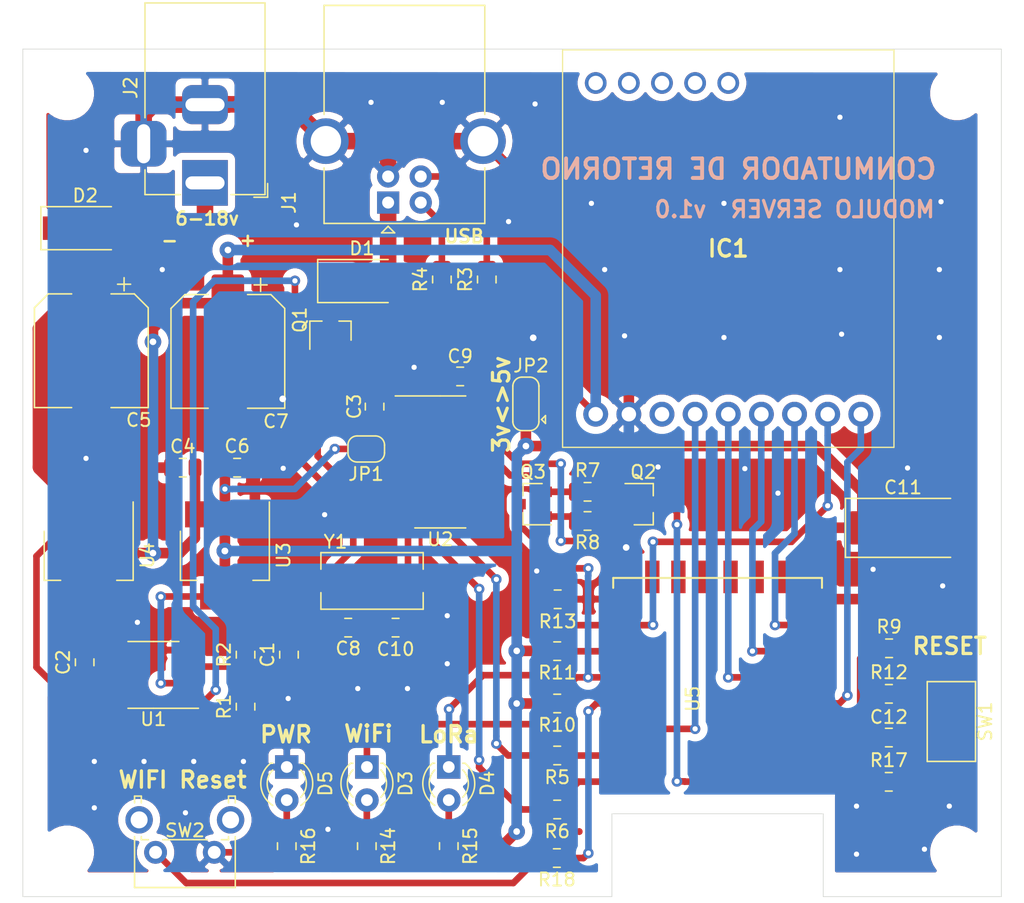
<source format=kicad_pcb>
(kicad_pcb (version 20211014) (generator pcbnew)
  (layers (0 "F.Cu" signal) (31 "B.Cu" signal) (34 "B.Paste" user) (35 "F.Paste" user) (36 "B.SilkS" user "B.Silkscreen") (37 "F.SilkS" user "F.Silkscreen") (38 "B.Mask" user) (39 "F.Mask" user) (44 "Edge.Cuts" user))
  (net 0 "")
  (net 1 "GND")
  (net 2 "Net-(C1-Pad1)")
  (net 3 "+5V")
  (net 4 "Net-(C3-Pad1)")
  (net 5 "/VIN")
  (net 6 "+3V3")
  (net 7 "/XI")
  (net 8 "/XO")
  (net 9 "/RESET")
  (net 10 "Net-(D1-Pad2)")
  (net 11 "/VCCUSB")
  (net 12 "Net-(D2-Pad2)")
  (net 13 "Net-(D3-Pad2)")
  (net 14 "/GPIO0")
  (net 15 "Net-(D4-Pad2)")
  (net 16 "/GPIO4")
  (net 17 "Net-(D5-Pad2)")
  (net 18 "Net-(IC1-Pad3)")
  (net 19 "/INT")
  (net 20 "/CLK")
  (net 21 "/MISO")
  (net 22 "/MOSI")
  (net 23 "/GPIO15")
  (net 24 "/RST")
  (net 25 "Net-(IC1-Pad10)")
  (net 26 "Net-(IC1-Pad11)")
  (net 27 "Net-(IC1-Pad12)")
  (net 28 "Net-(IC1-Pad13)")
  (net 29 "Net-(IC1-Pad14)")
  (net 30 "Net-(J1-Pad3)")
  (net 31 "Net-(J1-Pad2)")
  (net 32 "Net-(Q1-Pad1)")
  (net 33 "/RTS")
  (net 34 "Net-(Q2-Pad1)")
  (net 35 "/DTR")
  (net 36 "Net-(Q3-Pad1)")
  (net 37 "Net-(R3-Pad1)")
  (net 38 "Net-(R4-Pad1)")
  (net 39 "Net-(R5-Pad2)")
  (net 40 "/RX")
  (net 41 "/TX")
  (net 42 "/ADC")
  (net 43 "/EN")
  (net 44 "/GPIO2")
  (net 45 "Net-(U1-Pad6)")
  (net 46 "Net-(U2-Pad15)")
  (net 47 "Net-(U2-Pad12)")
  (net 48 "Net-(U2-Pad11)")
  (net 49 "Net-(U2-Pad10)")
  (net 50 "Net-(U2-Pad9)")
  (net 51 "Net-(U5-Pad22)")
  (net 52 "Net-(U5-Pad21)")
  (net 53 "Net-(U5-Pad20)")
  (net 54 "Net-(U5-Pad19)")
  (net 55 "Net-(U5-Pad18)")
  (net 56 "Net-(U5-Pad17)")
  (net 57 "Net-(R6-Pad1)")
  (net 58 "Net-(R17-Pad2)")
  (net 59 "Net-(R18-Pad2)")
  (net 60 "Net-(C9-Pad1)")
  (footprint "Capacitor_SMD:C_0805_2012Metric" (layer "F.Cu") (at 45.39996 71.44258 90)
    (fp_text reference "C1")
    (fp_text value "100nF")
  )
  (footprint "Capacitor_SMD:C_0805_2012Metric" (layer "F.Cu") (at 29.74086 72.02424 90)
    (fp_text reference "C2")
    (fp_text value "100nF")
  )
  (footprint "Capacitor_SMD:C_0805_2012Metric" (layer "F.Cu") (at 51.96332 52.41798 90)
    (fp_text reference "C3")
    (fp_text value "10nF")
  )
  (footprint "Capacitor_SMD:C_0805_2012Metric" (layer "F.Cu") (at 37.2618 57.0992 180)
    (fp_text reference "C4")
    (fp_text value "10uF")
  )
  (footprint "Capacitor_SMD:CP_Elec_8x10.5" (layer "F.Cu") (at 30.2514 48.133 -90)
    (fp_text reference "C5")
    (fp_text value "47uF")
  )
  (footprint "Capacitor_SMD:C_0805_2012Metric" (layer "F.Cu") (at 41.4274 57.0992)
    (fp_text reference "C6")
    (fp_text value "10uF")
  )
  (footprint "Capacitor_SMD:CP_Elec_8x10.5" (layer "F.Cu") (at 40.7162 48.1838 -90)
    (fp_text reference "C7")
    (fp_text value "47uF")
  )
  (footprint "Capacitor_SMD:C_0805_2012Metric" (layer "F.Cu") (at 49.93894 69.3674)
    (fp_text reference "C8")
    (fp_text value "22pF")
  )
  (footprint "Capacitor_SMD:C_0805_2012Metric" (layer "F.Cu") (at 53.57114 69.3674 180)
    (fp_text reference "C10")
    (fp_text value "22pF")
  )
  (footprint "Capacitor_Tantalum_SMD:CP_EIA-7343-31_Kemet-D" (layer "F.Cu") (at 92.46108 61.71692)
    (fp_text reference "C11")
    (fp_text value "100uF")
  )
  (footprint "Capacitor_SMD:C_0805_2012Metric" (layer "F.Cu") (at 91.37904 77.79766 180)
    (fp_text reference "C12")
    (fp_text value "100nF")
  )
  (footprint "Diode_SMD:D_SMA" (layer "F.Cu") (at 51.00066 42.78884)
    (fp_text reference "D1")
    (fp_text value "SS14")
  )
  (footprint "Diode_SMD:D_SMA" (layer "F.Cu") (at 29.7876 38.735)
    (fp_text reference "D2")
    (fp_text value "M7")
  )
  (footprint "LED_THT:LED_D3.0mm" (layer "F.Cu") (at 51.37404 80.05572 -90)
    (fp_text reference "D3")
    (fp_text value "LED")
  )
  (footprint "LED_THT:LED_D3.0mm" (layer "F.Cu") (at 57.64784 80.05572 -90)
    (fp_text reference "D4")
    (fp_text value "LED")
  )
  (footprint "LED_THT:LED_D3.0mm" (layer "F.Cu") (at 45.22978 80.05572 -90)
    (fp_text reference "D5")
    (fp_text value "LED")
  )
  (footprint "RFM95W:RFM95W" (layer "F.Cu") (at 68.9102 53)
    (fp_text reference "IC1")
    (fp_text value "RFM95W" hide)
  )
  (footprint "Modulos Varios:conector_USB_tipoB" (layer "F.Cu") (at 53 36.67 90)
    (fp_text reference "J1")
    (fp_text value "USB_B")
  )
  (footprint "Modulos Varios:conector_jack_2.1mm" (layer "F.Cu") (at 38.9636 35.26 -90)
    (fp_text reference "J2")
    (fp_text value "Barrel_Jack_Switch")
  )
  (footprint "Package_TO_SOT_SMD:SOT-23" (layer "F.Cu") (at 48.58004 46.61916 90)
    (fp_text reference "Q1")
    (fp_text value "AO3415")
  )
  (footprint "Package_TO_SOT_SMD:SOT-23" (layer "F.Cu") (at 72.56272 59.90082)
    (fp_text reference "Q2")
    (fp_text value "BC817")
  )
  (footprint "Package_TO_SOT_SMD:SOT-23" (layer "F.Cu") (at 64.10198 59.90082 180)
    (fp_text reference "Q3")
    (fp_text value "BC817")
  )
  (footprint "Resistor_SMD:R_0805_2012Metric" (layer "F.Cu") (at 42.07256 75.43038 90)
    (fp_text reference "R1")
    (fp_text value "10K")
  )
  (footprint "Resistor_SMD:R_0805_2012Metric" (layer "F.Cu") (at 42.07256 71.44258 90)
    (fp_text reference "R2")
    (fp_text value "10K")
  )
  (footprint "Resistor_SMD:R_0805_2012Metric" (layer "F.Cu") (at 60.56122 42.66946 90)
    (fp_text reference "R3")
    (fp_text value "22R")
  )
  (footprint "Resistor_SMD:R_0805_2012Metric" (layer "F.Cu") (at 57.11952 42.66946 90)
    (fp_text reference "R4")
    (fp_text value "22R")
  )
  (footprint "Resistor_SMD:R_0805_2012Metric" (layer "F.Cu") (at 65.95872 79.1718 180)
    (fp_text reference "R5")
    (fp_text value "470R")
  )
  (footprint "Resistor_SMD:R_0805_2012Metric" (layer "F.Cu") (at 65.95872 83.312)
    (fp_text reference "R6")
    (fp_text value "470R")
  )
  (footprint "Resistor_SMD:R_0805_2012Metric" (layer "F.Cu") (at 68.28536 58.95086)
    (fp_text reference "R7")
    (fp_text value "12K")
  )
  (footprint "Resistor_SMD:R_0805_2012Metric" (layer "F.Cu") (at 68.28536 61.18606 180)
    (fp_text reference "R8")
    (fp_text value "12K")
  )
  (footprint "Resistor_SMD:R_0805_2012Metric" (layer "F.Cu") (at 91.39682 70.95236)
    (fp_text reference "R9")
    (fp_text value "10K")
  )
  (footprint "Resistor_SMD:R_0805_2012Metric" (layer "F.Cu") (at 65.95872 75.184 180)
    (fp_text reference "R10")
    (fp_text value "10K")
  )
  (footprint "Resistor_SMD:R_0805_2012Metric" (layer "F.Cu") (at 65.95872 71.1708 180)
    (fp_text reference "R11")
    (fp_text value "10K")
  )
  (footprint "Resistor_SMD:R_0805_2012Metric" (layer "F.Cu") (at 91.38158 74.44486)
    (fp_text reference "R12")
    (fp_text value "10K")
  )
  (footprint "Resistor_SMD:R_0805_2012Metric" (layer "F.Cu") (at 65.99428 67.19316)
    (fp_text reference "R13")
    (fp_text value "10K")
  )
  (footprint "Resistor_SMD:R_0805_2012Metric" (layer "F.Cu") (at 51.36642 86.12378 -90)
    (fp_text reference "R14")
    (fp_text value "470R")
  )
  (footprint "Resistor_SMD:R_0805_2012Metric" (layer "F.Cu") (at 57.64784 86.1187 -90)
    (fp_text reference "R15")
    (fp_text value "470R")
  )
  (footprint "Resistor_SMD:R_0805_2012Metric" (layer "F.Cu") (at 45.22978 86.12632 -90)
    (fp_text reference "R16")
    (fp_text value "470R")
  )
  (footprint "Resistor_SMD:R_0805_2012Metric" (layer "F.Cu") (at 91.37396 81.1911)
    (fp_text reference "R17")
    (fp_text value "470R")
  )
  (footprint "Resistor_SMD:R_0805_2012Metric" (layer "F.Cu") (at 65.93332 87.03818 180)
    (fp_text reference "R18")
    (fp_text value "470R")
  )
  (footprint "Button_Switch_SMD:SW_SPST_CK_RS282G05A3" (layer "F.Cu") (at 96.16948 76.5683 -90)
    (fp_text reference "SW1")
    (fp_text value "SW_Reset")
  )
  (footprint "Button_Switch_THT:SW_Tactile_SPST_Angled_PTS645Vx39-2LFS" (layer "F.Cu") (at 39.6748 86.59876 180)
    (fp_text reference "SW2")
    (fp_text value "SW_borrado")
  )
  (footprint "Package_SO:SOIC-8_3.9x4.9mm_P1.27mm" (layer "F.Cu") (at 35.01136 72.99198 180)
    (fp_text reference "U1")
    (fp_text value "LM358")
  )
  (footprint "Package_SO:SOIC-16_3.9x9.9mm_P1.27mm" (layer "F.Cu") (at 56.9976 56.65978)
    (fp_text reference "U2")
    (fp_text value "CH340G")
  )
  (footprint "Package_TO_SOT_SMD:SOT-223-3_TabPin2" (layer "F.Cu") (at 40.4876 63.8302 -90)
    (fp_text reference "U3")
    (fp_text value "AMS1117-3.3")
  )
  (footprint "Package_TO_SOT_SMD:SOT-223-3_TabPin2" (layer "F.Cu") (at 30.0482 63.8302 -90)
    (fp_text reference "U4")
    (fp_text value "AMS1117-5.0")
  )
  (footprint "ESP8266:ESP-12E_SMD" (layer "F.Cu") (at 85.23732 81.1784 180)
    (fp_text reference "U5")
    (fp_text value "ESP-12F" hide)
  )
  (footprint "MountingHole:MountingHole_3mm" (layer "F.Cu") (at 28.4 86.6)
    (fp_text reference "H2" hide)
    (fp_text value "MountingHole" hide)
  )
  (footprint "MountingHole:MountingHole_3mm" (layer "F.Cu") (at 96.6 86.6)
    (fp_text reference "H3" hide)
    (fp_text value "MountingHole" hide)
  )
  (footprint "Modulos Varios:cristal_SMD_ABLS7M2_7x4.1mm" (layer "F.Cu") (at 51.76774 65.786)
    (fp_text reference "Y1")
    (fp_text value "12MHz")
  )
  (footprint "MountingHole:MountingHole_3mm" (layer "F.Cu") (at 28.4 28.4 180)
    (fp_text reference "H1" hide)
    (fp_text value "MountingHole")
  )
  (footprint "MountingHole:MountingHole_3mm" (layer "F.Cu") (at 96.6 28.4 180)
    (fp_text reference "H4" hide)
    (fp_text value "MountingHole")
  )
  (footprint "Capacitor_SMD:C_0805_2012Metric" (layer "F.Cu") (at 58.5216 50.10404 180)
    (fp_text reference "C9")
    (fp_text value "100nF")
  )
  (footprint "Jumper:SolderJumper-2_P1.3mm_Open_RoundedPad1.0x1.5mm" (layer "F.Cu") (at 51.32324 55.66664 180)
    (fp_text reference "JP1")
    (fp_text value "Jumper")
  )
  (footprint "Jumper:SolderJumper-3_P1.3mm_Open_RoundedPad1.0x1.5mm" (layer "F.Cu") (at 63.55842 52.20716 90)
    (fp_text reference "JP2")
    (fp_text value "Jumper")
  )
  (gr_line (start 25 25) (end 25 90) (layer "Edge.Cuts") (width 0.05))
  (gr_line (start 86.35 90) (end 100 90) (layer "Edge.Cuts") (width 0.05))
  (gr_line (start 25 25) (end 100 25) (layer "Edge.Cuts") (width 0.05))
  (gr_line (start 70.15 90) (end 25 90) (layer "Edge.Cuts") (width 0.05))
  (gr_line (start 86.35 83.6422) (end 86.35 90) (layer "Edge.Cuts") (width 0.05))
  (gr_line (start 70.15 90) (end 70.15 83.6422) (layer "Edge.Cuts") (width 0.05))
  (gr_line (start 70.15 83.6422) (end 86.35 83.6422) (layer "Edge.Cuts") (width 0.05))
  (gr_line (start 100 25) (end 100 90) (layer "Edge.Cuts") (width 0.05))
  (gr_text "CONMUTADOR DE RETORNO\n" (at 79.84998 34.20364) (layer "B.SilkS") (effects (font (size 1.5 1.5) (thickness 0.3)) (justify mirror)))
  (gr_text "MODULO SERVER  v1.0\n" (at 84.15274 37.29482) (layer "B.SilkS") (effects (font (size 1.25 1.25) (thickness 0.25)) (justify mirror)))
  (gr_text "LoRa" (at 57.6453 77.56144) (layer "F.SilkS") (effects (font (size 1.25 1.25) (thickness 0.25))))
  (gr_text "RESET" (at 96.03486 70.78726) (layer "F.SilkS") (effects (font (size 1.25 1.25) (thickness 0.25))))
  (gr_text "3v<>5v" (at 61.68136 52.24272 90) (layer "F.SilkS") (effects (font (size 1.25 1.25) (thickness 0.25))))
  (gr_text "USB" (at 58.83656 39.35984) (layer "F.SilkS") (effects (font (size 1 1) (thickness 0.2))))
  (gr_text "WIFI Reset" (at 37.24402 81.0387) (layer "F.SilkS") (effects (font (size 1.25 1.25) (thickness 0.25))))
  (gr_text "6-18v\n" (at 39.12108 37.99586) (layer "F.SilkS") (effects (font (size 1 1) (thickness 0.2))))
  (gr_text "-" (at 36.25342 39.6621) (layer "F.SilkS") (effects (font (size 1 1) (thickness 0.2))))
  (gr_text "WiFi\n" (at 51.49596 77.50302) (layer "F.SilkS") (effects (font (size 1.25 1.25) (thickness 0.25))))
  (gr_text "+" (at 42.24528 39.63416) (layer "F.SilkS") (effects (font (size 1 1) (thickness 0.2))))
  (gr_text "PWR\n" (at 45.17136 77.56144) (layer "F.SilkS") (effects (font (size 1.25 1.25) (thickness 0.25))))
  (segment (start 71.23732 63.22774) (end 71.24446 63.2206) (width 1.016) (layer "F.Cu") (net 1))
  (segment (start 45.22978 80.05572) (end 43.82178 80.05572) (width 0.508) (layer "F.Cu") (net 1))
  (segment (start 32.3573 57.0992) (end 32.3573 60.6711) (width 0.8128) (layer "F.Cu") (net 1))
  (segment (start 92.05722 49.94656) (end 95.57358 53.46292) (width 0.8128) (layer "F.Cu") (net 1))
  (segment (start 45.39996 70.50508) (end 45.39996 70.01758) (width 0.508) (layer "F.Cu") (net 1))
  (segment (start 52.9336 32.0548) (end 60.27 32.06) (width 1.27) (layer "F.Cu") (net 1))
  (segment (start 94.98584 77.79766) (end 92.31654 77.79766) (width 1.016) (layer "F.Cu") (net 1))
  (segment (start 42.07256 70.50508) (end 45.39996 70.50508) (width 0.508) (layer "F.Cu") (net 1))
  (segment (start 64.09968 35.88968) (end 60.27 32.06) (width 0.8128) (layer "F.Cu") (net 1))
  (segment (start 41.03956 52.20716) (end 40.7162 51.8838) (width 0.508) (layer "F.Cu") (net 1))
  (segment (start 95.57358 66.07402) (end 96.16948 66.66992) (width 1.016) (layer "F.Cu") (net 1))
  (segment (start 95.57358 61.71692) (end 95.57358 66.07402) (width 1.016) (layer "F.Cu") (net 1))
  (segment (start 32.3573 53.9389) (end 30.2514 51.833) (width 0.8128) (layer "F.Cu") (net 1))
  (segment (start 45.39996 70.50508) (end 46.09996 70.50508) (width 0.508) (layer "F.Cu") (net 1))
  (segment (start 96.16948 72.6683) (end 96.16948 76.61402) (width 1.016) (layer "F.Cu") (net 1))
  (segment (start 71.4502 50.62982) (end 71.4502 50.61966) (width 0.8128) (layer "F.Cu") (net 1))
  (segment (start 71.4502 50.62982) (end 71.4502 53) (width 0.8128) (layer "F.Cu") (net 1))
  (segment (start 44.9199 51.82362) (end 40.77638 51.82362) (width 0.8128) (layer "F.Cu") (net 1))
  (segment (start 39.28896 70.50508) (end 38.70706 71.08698) (width 0.508) (layer "F.Cu") (net 1))
  (segment (start 63.468785 48.35652) (end 58.12536 48.35652) (width 0.508) (layer "F.Cu") (net 1))
  (segment (start 55.47336 52.21478) (end 57.5841 50.10404) (width 0.508) (layer "F.Cu") (net 1))
  (segment (start 57.5841 48.89778) (end 57.5841 50.10404) (width 0.508) (layer "F.Cu") (net 1))
  (segment (start 64.11976 35.90976) (end 64.09968 35.88968) (width 0.508) (layer "F.Cu") (net 1))
  (segment (start 43.2562 85.73262) (end 42.39006 86.59876) (width 0.508) (layer "F.Cu") (net 1))
  (segment (start 42.7876 57.5219) (end 42.3649 57.0992) (width 0.8128) (layer "F.Cu") (net 1))
  (segment (start 64.11976 47.13986) (end 64.11976 35.90976) (width 0.8128) (layer "F.Cu") (net 1))
  (segment (start 42.3649 57.0992) (end 42.3649 53.5325) (width 0.8128) (layer "F.Cu") (net 1))
  (segment (start 43.2562 80.6213) (end 43.2562 85.73262) (width 0.508) (layer "F.Cu") (net 1))
  (segment (start 38.70706 71.08698) (end 37.48636 71.08698) (width 0.508) (layer "F.Cu") (net 1))
  (segment (start 54.12486 52.21478) (end 54.12232 52.21224) (width 0.508) (layer "F.Cu") (net 1))
  (segment (start 38.9636 29.26) (end 40.7136 29.26) (width 1.27) (layer "F.Cu") (net 1))
  (segment (start 43.82178 80.05572) (end 43.2562 80.6213) (width 0.508) (layer "F.Cu") (net 1))
  (segment (start 40.7382 29.2354) (end 45.4054 29.2354) (width 1.27) (layer "F.Cu") (net 1))
  (segment (start 38.3878 51.8838) (end 36.3243 53.9473) (width 0.8128) (layer "F.Cu") (net 1))
  (segment (start 45.39996 70.01758) (end 45.4025 70.01504) (width 0.508) (layer "F.Cu") (net 1))
  (segment (start 32.53636 71.08698) (end 37.48636 71.08698) (width 0.508) (layer "F.Cu") (net 1))
  (segment (start 36.3243 53.9473) (end 36.3243 57.0992) (width 0.8128) (layer "F.Cu") (net 1))
  (segment (start 45.4054 29.2354) (end 48.23 32.06) (width 1.27) (layer "F.Cu") (net 1))
  (segment (start 64.11976 47.13986) (end 67.9704 47.13986) (width 0.8128) (layer "F.Cu") (net 1))
  (segment (start 51.96332 51.48048) (end 53.7883 51.48048) (width 0.508) (layer "F.Cu") (net 1))
  (segment (start 53 34.77) (end 53 32.1212) (width 1.27) (layer "F.Cu") (net 1))
  (segment (start 54.5226 52.21478) (end 55.47336 52.21478) (width 0.508) (layer "F.Cu") (net 1))
  (segment (start 64.11976 47.705545) (end 63.468785 48.35652) (width 0.508) (layer "F.Cu") (net 1))
  (segment (start 71.23732 67.1784) (end 66.94654 67.1784) (width 0.508) (layer "F.Cu") (net 1))
  (segment (start 35.002 29.26) (end 34.2636 29.9984) (width 1.27) (layer "F.Cu") (net 1))
  (segment (start 67.9704 47.13986) (end 71.4502 50.61966) (width 0.8128) (layer "F.Cu") (net 1))
  (segment (start 29.7411 71.08698) (end 29.74086 71.08674) (width 0.508) (layer "F.Cu") (net 1))
  (segment (start 48.23 32.06) (end 52.9336 32.0548) (width 1.27) (layer "F.Cu") (net 1))
  (segment (start 72.1233 49.94656) (end 92.05722 49.94656) (width 0.8128) (layer "F.Cu") (net 1))
  (segment (start 54.5226 52.21478) (end 54.12486 52.21478) (width 0.508) (layer "F.Cu") (net 1))
  (segment (start 45.4025 70.01504) (end 45.4025 61.6585) (width 0.8128) (layer "F.Cu") (net 1))
  (segment (start 41.072645 52.240245) (end 40.7162 51.8838) (width 1.016) (layer "F.Cu") (net 1))
  (segment (start 40.77638 51.82362) (end 40.7162 51.8838) (width 0.8128) (layer "F.Cu") (net 1))
  (segment (start 46.44898 70.49008) (end 47.91964 71.96074) (width 0.508) (layer "F.Cu") (net 1))
  (segment (start 47.91964 71.96074) (end 50.14976 71.96074) (width 0.508) (layer "F.Cu") (net 1))
  (segment (start 47.91964 71.96074) (end 47.91964 79.11846) (width 0.508) (layer "F.Cu") (net 1))
  (segment (start 32.3573 60.6711) (end 32.3482 60.6802) (width 0.8128) (layer "F.Cu") (net 1))
  (segment (start 32.3573 57.0992) (end 32.3573 53.9389) (width 0.8128) (layer "F.Cu") (net 1))
  (segment (start 46.11496 70.49008) (end 46.44898 70.49008) (width 0.508) (layer "F.Cu") (net 1))
  (segment (start 38.9636 29.26) (end 35.002 29.26) (width 1.27) (layer "F.Cu") (net 1))
  (segment (start 71.24446 63.2206) (end 71.24446 67.17126) (width 0.8128) (layer "F.Cu") (net 1))
  (segment (start 96.16948 66.66992) (end 96.16948 72.6683) (width 1.016) (layer "F.Cu") (net 1))
  (segment (start 92.3267 77.7875) (end 92.31654 77.79766) (width 0.508) (layer "F.Cu") (net 1))
  (segment (start 40.7136 29.26) (end 40.7382 29.2354) (width 1.27) (layer "F.Cu") (net 1))
  (segment (start 44.4242 60.6802) (end 42.7876 60.6802) (width 0.8128) (layer "F.Cu") (net 1))
  (segment (start 34.2636 29.9984) (end 34.2636 32.26) (width 1.27) (layer "F.Cu") (net 1))
  (segment (start 42.7876 60.6802) (end 42.7876 57.5219) (width 0.8128) (layer "F.Cu") (net 1))
  (segment (start 52.63364 69.3674) (end 50.87644 69.3674) (width 0.508) (layer "F.Cu") (net 1))
  (segment (start 47.91964 79.11846) (end 46.98238 80.05572) (width 0.508) (layer "F.Cu") (net 1))
  (segment (start 66.94654 67.1784) (end 66.93178 67.19316) (width 0.508) (layer "F.Cu") (net 1))
  (segment (start 40.7162 51.8838) (end 38.3878 51.8838) (width 0.8128) (layer "F.Cu") (net 1))
  (segment (start 45.4025 61.6585) (end 44.4242 60.6802) (width 0.8128) (layer "F.Cu") (net 1))
  (segment (start 64.11976 47.13986) (end 64.11976 47.705545) (width 0.508) (layer "F.Cu") (net 1))
  (segment (start 95.57358 53.46292) (end 95.57358 61.71692) (width 0.8128) (layer "F.Cu") (net 1))
  (segment (start 32.53636 71.08698) (end 29.7411 71.08698) (width 0.508) (layer "F.Cu") (net 1))
  (segment (start 46.09996 70.50508) (end 46.11496 70.49008) (width 0.508) (layer "F.Cu") (net 1))
  (segment (start 53.7883 51.48048) (end 54.5226 52.21478) (width 0.508) (layer "F.Cu") (net 1))
  (segment (start 50.14976 71.96074) (end 50.87644 71.23406) (width 0.508) (layer "F.Cu") (net 1))
  (segment (start 46.98238 80.05572) (end 45.22978 80.05572) (width 0.508) (layer "F.Cu") (net 1))
  (segment (start 42.3649 53.5325) (end 40.7162 51.8838) (width 0.8128) (layer "F.Cu") (net 1))
  (segment (start 71.24446 67.17126) (end 71.23732 67.1784) (width 0.8128) (layer "F.Cu") (net 1))
  (segment (start 50.87644 71.23406) (end 50.87644 69.3674) (width 0.508) (layer "F.Cu") (net 1))
  (segment (start 71.4502 50.61966) (end 72.1233 49.94656) (width 0.8128) (layer "F.Cu") (net 1))
  (segment (start 32.3573 57.0992) (end 36.3243 57.0992) (width 0.8128) (layer "F.Cu") (net 1))
  (segment (start 96.16948 76.61402) (end 94.98584 77.79766) (width 1.016) (layer "F.Cu") (net 1))
  (segment (start 58.12536 48.35652) (end 57.5841 48.89778) (width 0.508) (layer "F.Cu") (net 1))
  (segment (start 42.39006 86.59876) (end 39.6748 86.59876) (width 0.508) (layer "F.Cu") (net 1))
  (segment (start 42.07256 70.50508) (end 39.28896 70.50508) (width 0.508) (layer "F.Cu") (net 1))
  (via (at 88.9 86.741) (size 0.8) (drill 0.4) (layers "F.Cu" "B.Cu") (net 1))
  (via (at 95.377 36.703) (size 0.8) (drill 0.4) (layers "F.Cu" "B.Cu") (net 1))
  (via (at 37.465 83.566) (size 0.8) (drill 0.4) (layers "F.Cu" "B.Cu") (net 1))
  (via (at 71.12 46.99) (size 0.8) (drill 0.4) (layers "F.Cu" "B.Cu") (net 1))
  (via (at 87.757 46.863) (size 0.8) (drill 0.4) (layers "F.Cu" "B.Cu") (net 1))
  (via (at 29.845 32.766) (size 0.8) (drill 0.4) (layers "F.Cu" "B.Cu") (net 1))
  (via (at 64.389 65.024) (size 0.8) (drill 0.4) (layers "F.Cu" "B.Cu") (net 1))
  (via (at 35.687 41.91) (size 0.8) (drill 0.4) (layers "F.Cu" "B.Cu") (net 1))
  (via (at 78.74 47.117) (size 0.8) (drill 0.4) (layers "F.Cu" "B.Cu") (net 1))
  (via (at 78.74 36.83) (size 0.8) (drill 0.4) (layers "F.Cu" "B.Cu") (net 1))
  (via (at 57.531 68.453) (size 0.8) (drill 0.4) (layers "F.Cu" "B.Cu") (net 1))
  (via (at 80.3402 57.1754) (size 0.8) (drill 0.4) (layers "F.Cu" "B.Cu") (net 1))
  (via (at 45.974 38.481) (size 0.8) (drill 0.4) (layers "F.Cu" "B.Cu") (net 1))
  (via (at 30.48 83.185) (size 0.8) (drill 0.4) (layers "F.Cu" "B.Cu") (net 1))
  (via (at 45.339 74.803) (size 0.8) (drill 0.4) (layers "F.Cu" "B.Cu") (net 1))
  (via (at 87.63 30.226) (size 0.8) (drill 0.4) (layers "F.Cu" "B.Cu") (net 1))
  (via (at 95.504 66.167) (size 0.8) (drill 0.4) (layers "F.Cu" "B.Cu") (net 1))
  (via (at 68.58 36.83) (size 0.8) (drill 0.4) (layers "F.Cu" "B.Cu") (net 1))
  (via (at 48.387 84.836) (size 0.8) (drill 0.4) (layers "F.Cu" "B.Cu") (net 1))
  (via (at 50.673 74.041) (size 0.8) (drill 0.4) (layers "F.Cu" "B.Cu") (net 1))
  (via (at 96.012 83.058) (size 0.8) (drill 0.4) (layers "F.Cu" "B.Cu") (net 1))
  (via (at 41.91 79.629) (size 0.8) (drill 0.4) (layers "F.Cu" "B.Cu") (net 1))
  (via (at 54.991 49.403) (size 0.8) (drill 0.4) (layers "F.Cu" "B.Cu") (net 1))
  (via (at 51.689 29.083) (size 0.8) (drill 0.4) (layers "F.Cu" "B.Cu") (net 1))
  (via (at 95.25 47.117) (size 0.8) (drill 0.4) (layers "F.Cu" "B.Cu") (net 1))
  (via (at 94.107 86.36) (size 0.8) (drill 0.4) (layers "F.Cu" "B.Cu") (net 1))
  (via (at 73.6854 57.0484) (size 0.8) (drill 0.4) (layers "F.Cu" "B.Cu") (net 1))
  (via (at 34.29 79.629) (size 0.8) (drill 0.4) (layers "F.Cu" "B.Cu") (net 1))
  (via (at 30.48 79.629) (size 0.8) (drill 0.4) (layers "F.Cu" "B.Cu") (net 1))
  (via (at 57.531 72.136) (size 0.8) (drill 0.4) (layers "F.Cu" "B.Cu") (net 1))
  (via (at 48.133 60.706) (size 0.8) (drill 0.4) (layers "F.Cu" "B.Cu") (net 1))
  (via (at 33.782 68.961) (size 0.8) (drill 0.4) (layers "F.Cu" "B.Cu") (net 1))
  (via (at 82.8802 59.055) (size 0.8) (drill 0.4) (layers "F.Cu" "B.Cu") (net 1))
  (via (at 90.17 64.897) (size 0.8) (drill 0.4) (layers "F.Cu" "B.Cu") (net 1))
  (via (at 71.24446 63.2206) (size 1.27) (drill 0.508) (layers "F.Cu" "B.Cu") (net 1))
  (via (at 44.958 57.15) (size 0.8) (drill 0.4) (layers "F.Cu" "B.Cu") (net 1))
  (via (at 87.63 41.91) (size 0.8) (drill 0.4) (layers "F.Cu" "B.Cu") (net 1))
  (via (at 92.8116 57.1246) (size 0.8) (drill 0.4) (layers "F.Cu" "B.Cu") (net 1))
  (via (at 88.9 83.058) (size 0.8) (drill 0.4) (layers "F.Cu" "B.Cu") (net 1))
  (via (at 29.845 56.388) (size 0.8) (drill 0.4) (layers "F.Cu" "B.Cu") (net 1))
  (via (at 62.23 38.227) (size 0.8) (drill 0.4) (layers "F.Cu" "B.Cu") (net 1))
  (via (at 64.11976 47.13986) (size 1.27) (drill 0.508) (layers "F.Cu" "B.Cu") (net 1))
  (via (at 38.1 79.629) (size 0.8) (drill 0.4) (layers "F.Cu" "B.Cu") (net 1))
  (via (at 64.262 29.21) (size 0.8) (drill 0.4) (layers "F.Cu" "B.Cu") (net 1))
  (via (at 54.483 74.041) (size 0.8) (drill 0.4) (layers "F.Cu" "B.Cu") (net 1))
  (via (at 95.25 41.91) (size 0.8) (drill 0.4) (layers "F.Cu" "B.Cu") (net 1))
  (via (at 57.15 29.083) (size 0.8) (drill 0.4) (layers "F.Cu" "B.Cu") (net 1))
  (via (at 44.9199 51.82362) (size 1.27) (drill 0.508) (layers "F.Cu" "B.Cu") (net 1))
  (via (at 69.596 41.91) (size 0.8) (drill 0.4) (layers "F.Cu" "B.Cu") (net 1))
  (segment (start 64.11976 47.13986) (end 49.60366 47.13986) (width 0.8128) (layer "B.Cu") (net 1))
  (segment (start 71.4502 56.75376) (end 71.4502 53) (width 0.8128) (layer "B.Cu") (net 1))
  (segment (start 49.60366 47.13986) (end 44.9199 51.82362) (width 0.8128) (layer "B.Cu") (net 1))
  (segment (start 71.24446 63.2206) (end 71.24446 56.9595) (width 0.8128) (layer "B.Cu") (net 1))
  (segment (start 71.24446 56.9595) (end 71.4502 56.75376) (width 0.8128) (layer "B.Cu") (net 1))
  (segment (start 42.07256 72.38008) (end 45.39996 72.38008) (width 0.508) (layer "F.Cu") (net 2))
  (segment (start 37.48636 72.35698) (end 42.04946 72.35698) (width 0.508) (layer "F.Cu") (net 2))
  (segment (start 42.04946 72.35698) (end 42.07256 72.38008) (width 0.508) (layer "F.Cu") (net 2))
  (segment (start 42.07256 72.38008) (end 42.07256 74.49288) (width 0.508) (layer "F.Cu") (net 2))
  (segment (start 27.70632 72.25792) (end 27.70886 72.25538) (width 0.508) (layer "F.Cu") (net 3))
  (segment (start 43.53306 48.43526) (end 43.53306 45.65904) (width 0.8128) (layer "F.Cu") (net 3))
  (segment (start 31.2076 63.6524) (end 30.0482 62.493) (width 0.8128) (layer "F.Cu") (net 3))
  (segment (start 31.2076 63.6524) (end 30.0482 64.8118) (width 0.8128) (layer "F.Cu") (net 3))
  (segment (start 29.74086 72.96174) (end 29.04086 72.96174) (width 0.508) (layer "F.Cu") (net 3))
  (segment (start 40.72128 44.47872) (end 40.7162 44.4838) (width 1.27) (layer "F.Cu") (net 3))
  (segment (start 44.45 49.3522) (end 43.53306 48.43526) (width 0.8128) (layer "F.Cu") (net 3))
  (segment (start 30.0482 68.4882) (end 30.0482 66.9802) (width 0.508) (layer "F.Cu") (net 3))
  (segment (start 34.9758 47.4472) (end 34.9758 46.4312) (width 0.8128) (layer "F.Cu") (net 3))
  (segment (start 66.81736 50.90716) (end 68.9102 53) (width 0.508) (layer "F.Cu") (net 3))
  (segment (start 30.0482 64.8118) (end 30.0482 66.9802) (width 0.8128) (layer "F.Cu") (net 3))
  (segment (start 30.0505 60.6779) (end 30.0482 60.6802) (width 0.8128) (layer "F.Cu") (net 3))
  (segment (start 42.35782 44.4838) (end 40.7162 44.4838) (width 0.8128) (layer "F.Cu") (net 3))
  (segment (start 49.53004 48.57716) (end 48.755 49.3522) (width 0.8128) (layer "F.Cu") (net 3))
  (segment (start 34.9758 46.4312) (end 36.9232 44.4838) (width 0.8128) (layer "F.Cu") (net 3))
  (segment (start 49.53004 47.61916) (end 49.53004 48.57716) (width 0.8128) (layer "F.Cu") (net 3))
  (segment (start 30.65272 74.89698) (end 32.53636 74.89698) (width 0.508) (layer "F.Cu") (net 3))
  (segment (start 29.04062 72.9615) (end 28.40736 72.9615) (width 0.508) (layer "F.Cu") (net 3))
  (segment (start 40.7162 40.4114) (end 40.72128 40.40632) (width 0.8128) (layer "F.Cu") (net 3))
  (segment (start 37.0282 63.6524) (end 35.1536 63.6524) (width 0.8128) (layer "F.Cu") (net 3))
  (segment (start 35.1536 63.6524) (end 31.2076 63.6524) (width 0.8128) (layer "F.Cu") (net 3))
  (segment (start 48.755 49.3522) (end 44.45 49.3522) (width 0.8128) (layer "F.Cu") (net 3))
  (segment (start 38.1876 60.6802) (end 38.1876 62.493) (width 0.8128) (layer "F.Cu") (net 3))
  (segment (start 27.70886 72.25538) (end 27.70886 70.0786) (width 0.508) (layer "F.Cu") (net 3))
  (segment (start 63.55842 50.90716) (end 66.81736 50.90716) (width 0.508) (layer "F.Cu") (net 3))
  (segment (start 40.7162 44.4838) (end 40.7162 40.4114) (width 0.8128) (layer "F.Cu") (net 3))
  (segment (start 27.70886 70.0786) (end 28.7909 68.99656) (width 0.508) (layer "F.Cu") (net 3))
  (segment (start 28.40736 72.9615) (end 28.40736 72.95896) (width 0.508) (layer "F.Cu") (net 3))
  (segment (start 43.53306 45.65904) (end 42.35782 44.4838) (width 0.8128) (layer "F.Cu") (net 3))
  (segment (start 38.1993 57.0992) (end 38.1993 60.6685) (width 0.8128) (layer "F.Cu") (net 3))
  (segment (start 28.7909 68.99656) (end 29.53984 68.99656) (width 0.508) (layer "F.Cu") (net 3))
  (segment (start 29.74086 73.98512) (end 30.65272 74.89698) (width 0.508) (layer "F.Cu") (net 3))
  (segment (start 29.04086 72.96174) (end 29.04062 72.9615) (width 0.508) (layer "F.Cu") (net 3))
  (segment (start 28.40736 72.95896) (end 27.70632 72.25792) (width 0.508) (layer "F.Cu") (net 3))
  (segment (start 36.9232 44.4838) (end 40.7162 44.4838) (width 0.8128) (layer "F.Cu") (net 3))
  (segment (start 29.53984 68.99656) (end 30.0482 68.4882) (width 0.508) (layer "F.Cu") (net 3))
  (segment (start 38.1876 62.493) (end 37.0282 63.6524) (width 0.8128) (layer "F.Cu") (net 3))
  (segment (start 30.0482 62.493) (end 30.0482 60.6802) (width 0.8128) (layer "F.Cu") (net 3))
  (segment (start 38.1993 60.6685) (end 38.1876 60.6802) (width 0.8128) (layer "F.Cu") (net 3))
  (segment (start 29.74086 72.96174) (end 29.74086 73.98512) (width 0.508) (layer "F.Cu") (net 3))
  (via (at 34.9758 47.4472) (size 1.27) (drill 0.508) (layers "F.Cu" "B.Cu") (net 3))
  (via (at 34.9758 63.6524) (size 1.27) (drill 0.508) (layers "F.Cu" "B.Cu") (net 3))
  (via (at 40.72128 40.40632) (size 1.27) (drill 0.508) (layers "F.Cu" "B.Cu") (net 3))
  (segment (start 68.9102 43.90898) (end 68.9102 53) (width 0.8128) (layer "B.Cu") (net 3))
  (segment (start 34.9758 63.6524) (end 34.9758 47.4472) (width 0.8128) (layer "B.Cu") (net 3))
  (segment (start 65.40754 40.40632) (end 68.9102 43.90898) (width 0.8128) (layer "B.Cu") (net 3))
  (segment (start 40.72128 40.40632) (end 65.40754 40.40632) (width 0.8128) (layer "B.Cu") (net 3))
  (segment (start 52.33138 56.02478) (end 51.97324 55.66664) (width 0.508) (layer "F.Cu") (net 4))
  (segment (start 54.5226 56.02478) (end 52.33138 56.02478) (width 0.508) (layer "F.Cu") (net 4))
  (segment (start 51.96332 55.65672) (end 51.97324 55.66664) (width 0.508) (layer "F.Cu") (net 4))
  (segment (start 51.96332 53.35548) (end 51.96332 55.65672) (width 0.508) (layer "F.Cu") (net 4))
  (segment (start 26.0477 72.4027) (end 26.0477 63.8887) (width 0.508) (layer "F.Cu") (net 5))
  (segment (start 27.7876 38.735) (end 27.7876 43.815) (width 1.27) (layer "F.Cu") (net 5))
  (segment (start 27.7482 62.1882) (end 26.0477 63.8887) (width 0.508) (layer "F.Cu") (net 5))
  (segment (start 42.07256 76.36788) (end 30.01288 76.36788) (width 0.508) (layer "F.Cu") (net 5))
  (segment (start 27.7482 60.6802) (end 27.7482 62.1882) (width 0.508) (layer "F.Cu") (net 5))
  (segment (start 27.7482 60.6802) (end 27.7482 58.4102) (width 1.27) (layer "F.Cu") (net 5))
  (segment (start 26.3906 57.0526) (end 26.3906 46.448) (width 1.27) (layer "F.Cu") (net 5))
  (segment (start 28.4056 44.433) (end 30.2514 44.433) (width 1.27) (layer "F.Cu") (net 5))
  (segment (start 26.3906 46.448) (end 28.4056 44.433) (width 1.27) (layer "F.Cu") (net 5))
  (segment (start 30.01288 76.36788) (end 26.0477 72.4027) (width 0.508) (layer "F.Cu") (net 5))
  (segment (start 27.7876 43.815) (end 28.4056 44.433) (width 1.27) (layer "F.Cu") (net 5))
  (segment (start 27.7482 58.4102) (end 26.3906 57.0526) (width 1.27) (layer "F.Cu") (net 5))
  (segment (start 67.6402 85.00364) (end 67.65036 85.00364) (width 0.508) (layer "F.Cu") (net 6))
  (segment (start 40.4876 60.6802) (end 40.4876 63.48984) (width 0.8128) (layer "F.Cu") (net 6))
  (segment (start 65.0009 71.15048) (end 65.02122 71.1708) (width 0.8128) (layer "F.Cu") (net 6))
  (segment (start 45.22978 87.06382) (end 51.36388 87.06382) (width 0.8128) (layer "F.Cu") (net 6))
  (segment (start 63.56096 55.44312) (end 85.82152 55.44312) (width 0.8128) (layer "F.Cu") (net 6))
  (segment (start 92.3394 74.42454) (end 92.31908 74.44486) (width 0.508) (layer "F.Cu") (net 6))
  (segment (start 92.33432 68.1205) (end 92.33432 70.95236) (width 0.8128) (layer "F.Cu") (net 6))
  (segment (start 89.34858 61.71692) (end 88.31108 61.71692) (width 0.8128) (layer "F.Cu") (net 6))
  (segment (start 40.4876 63.48984) (end 40.45204 63.5254) (width 0.508) (layer "F.Cu") (net 6))
  (segment (start 65.01868 75.18654) (end 65.02122 75.184) (width 0.8128) (layer "F.Cu") (net 6))
  (segment (start 88.30092 61.70676) (end 87.04834 61.70676) (width 0.8128) (layer "F.Cu") (net 6))
  (segment (start 63.55842 55.44058) (end 63.56096 55.44312) (width 0.8128) (layer "F.Cu") (net 6))
  (segment (start 92.33432 70.95236) (end 92.33432 74.42962) (width 0.8128) (layer "F.Cu") (net 6))
  (segment (start 57.64276 87.06128) (end 57.64784 87.0562) (width 0.508) (layer "F.Cu") (net 6))
  (segment (start 48.91278 55.6641) (end 50.6707 55.6641) (width 0.508) (layer "F.Cu") (net 6))
  (segment (start 89.34858 58.97018) (end 89.34858 61.71692) (width 0.8128) (layer "F.Cu") (net 6))
  (segment (start 85.82152 55.44312) (end 89.34858 58.97018) (width 0.8128) (layer "F.Cu") (net 6))
  (segment (start 91.39222 67.1784) (end 92.33432 68.1205) (width 0.8128) (layer "F.Cu") (net 6))
  (segment (start 40.4899 58.7398) (end 40.4899 60.6779) (width 0.8128) (layer "F.Cu") (net 6))
  (segment (start 35.57778 73.62698) (end 37.48636 73.62698) (width 0.508) (layer "F.Cu") (net 6))
  (segment (start 60.79974 87.0562) (end 62.8523 85.00364) (width 0.8128) (layer "F.Cu") (net 6))
  (segment (start 51.36388 87.06382) (end 51.36642 87.06128) (width 0.508) (layer "F.Cu") (net 6))
  (segment (start 40.4876 66.9802) (end 35.59516 66.9802) (width 0.508) (layer "F.Cu") (net 6))
  (segment (start 85.23732 67.1784) (end 85.57212 67.1784) (width 0.508) (layer "F.Cu") (net 6))
  (segment (start 51.36642 87.06128) (end 57.64276 87.06128) (width 0.8128) (layer "F.Cu") (net 6))
  (segment (start 63.55842 53.50716) (end 63.55842 55.44058) (width 0.8128) (layer "F.Cu") (net 6))
  (segment (start 40.4899 58.7398) (end 40.49014 58.74004) (width 0.508) (layer "F.Cu") (net 6))
  (segment (start 50.6707 55.6641) (end 50.67324 55.66664) (width 0.508) (layer "F.Cu") (net 6))
  (segment (start 88.31108 61.71692) (end 88.30092 61.70676) (width 0.8128) (layer "F.Cu") (net 6))
  (segment (start 67.65036 85.0138) (end 67.6402 85.00364) (width 0.508) (layer "F.Cu") (net 6))
  (segment (start 85.23732 67.1784) (end 91.39222 67.1784) (width 0.8128) (layer "F.Cu") (net 6))
  (segment (start 40.4899 57.0992) (end 40.4899 58.7398) (width 0.8128) (layer "F.Cu") (net 6))
  (segment (start 87.04834 61.70676) (end 85.23732 63.51778) (width 0.8128) (layer "F.Cu") (net 6))
  (segment (start 57.64784 87.0562) (end 60.79974 87.0562) (width 0.8128) (layer "F.Cu") (net 6))
  (segment (start 40.4876 63.48984) (end 40.4876 66.9802) (width 0.8128) (layer "F.Cu") (net 6))
  (segment (start 40.4899 60.6779) (end 40.4876 60.6802) (width 0.8128) (layer "F.Cu") (net 6))
  (segment (start 85.23732 63.51778) (end 85.23732 67.1784) (width 0.8128) (layer "F.Cu") (net 6))
  (segment (start 92.33432 74.42962) (end 92.31908 74.44486) (width 0.508) (layer "F.Cu") (net 6))
  (segment (start 35.59516 66.9802) (end 35.57778 66.99758) (width 0.508) (layer "F.Cu") (net 6))
  (segment (start 62.8523 75.18654) (end 65.01868 75.18654) (width 0.8128) (layer "F.Cu") (net 6))
  (segment (start 62.85738 71.15048) (end 65.0009 71.15048) (width 0.8128) (layer "F.Cu") (net 6))
  (via (at 40.4876 63.48984) (size 1.27) (drill 0.508) (layers "F.Cu" "B.Cu") (net 6))
  (via (at 35.57778 66.99758) (size 0.8128) (drill 0.4064) (layers "F.Cu" "B.Cu") (net 6))
  (via (at 63.56096 55.44312) (size 1.27) (drill 0.508) (layers "F.Cu" "B.Cu") (net 6))
  (via (at 40.49014 58.74004) (size 0.8) (drill 0.4) (layers "F.Cu" "B.Cu") (net 6))
  (via (at 62.8523 85.00364) (size 1.27) (drill 0.508) (layers "F.Cu" "B.Cu") (net 6))
  (via (at 62.85738 71.15048) (size 1.27) (drill 0.508) (layers "F.Cu" "B.Cu") (net 6))
  (via (at 35.57778 73.62698) (size 0.8128) (drill 0.4064) (layers "F.Cu" "B.Cu") (net 6))
  (via (at 48.91278 55.6641) (size 0.8) (drill 0.4) (layers "F.Cu" "B.Cu") (net 6))
  (via (at 62.8523 75.18654) (size 1.27) (drill 0.508) (layers "F.Cu" "B.Cu") (net 6))
  (via (at 40.4876 63.48984) (size 1.27) (drill 0.508) (layers "F.Cu" "B.Cu") (net 6))
  (segment (start 41.055825 58.74004) (end 41.063445 58.73242) (width 0.508) (layer "B.Cu") (net 6))
  (segment (start 40.49014 58.74004) (end 41.055825 58.74004) (width 0.508) (layer "B.Cu") (net 6))
  (segment (start 62.8523 75.18654) (end 62.8523 85.00364) (width 0.8128) (layer "B.Cu") (net 6))
  (segment (start 40.4876 63.48984) (end 62.865 63.48984) (width 0.8128) (layer "B.Cu") (net 6))
  (segment (start 45.84446 58.73242) (end 48.91278 55.6641) (width 0.508) (layer "B.Cu") (net 6))
  (segment (start 62.85738 63.49746) (end 62.85738 71.15048) (width 0.8128) (layer "B.Cu") (net 6))
  (segment (start 35.57778 66.99758) (end 35.57778 73.62698) (width 0.508) (layer "B.Cu") (net 6))
  (segment (start 62.865 56.13908) (end 63.56096 55.44312) (width 0.8128) (layer "B.Cu") (net 6))
  (segment (start 62.85738 71.15048) (end 62.85738 75.18146) (width 0.8128) (layer "B.Cu") (net 6))
  (segment (start 62.865 63.48984) (end 62.865 56.13908) (width 0.8128) (layer "B.Cu") (net 6))
  (segment (start 41.063445 58.73242) (end 45.84446 58.73242) (width 0.508) (layer "B.Cu") (net 6))
  (segment (start 62.865 63.48984) (end 62.85738 63.49746) (width 0.8128) (layer "B.Cu") (net 6))
  (segment (start 62.85738 75.18146) (end 62.8523 75.18654) (width 0.8128) (layer "B.Cu") (net 6))
  (segment (start 49.00144 69.3674) (end 49.00144 65.8023) (width 0.508) (layer "F.Cu") (net 7))
  (segment (start 50.32756 63.36818) (end 50.32756 61.98108) (width 0.508) (layer "F.Cu") (net 7))
  (segment (start 52.47386 59.83478) (end 54.5226 59.83478) (width 0.508) (layer "F.Cu") (net 7))
  (segment (start 49.00144 65.8023) (end 49.01774 65.786) (width 0.508) (layer "F.Cu") (net 7))
  (segment (start 49.01774 64.678) (end 50.32756 63.36818) (width 0.508) (layer "F.Cu") (net 7))
  (segment (start 49.01774 65.786) (end 49.01774 64.678) (width 0.508) (layer "F.Cu") (net 7))
  (segment (start 50.32756 61.98108) (end 52.47386 59.83478) (width 0.508) (layer "F.Cu") (net 7))
  (segment (start 54.50864 65.7951) (end 54.51774 65.786) (width 0.508) (layer "F.Cu") (net 8))
  (segment (start 54.50864 69.3674) (end 54.50864 65.7951) (width 0.508) (layer "F.Cu") (net 8))
  (segment (start 54.5226 61.10478) (end 54.5226 65.78114) (width 0.508) (layer "F.Cu") (net 8))
  (segment (start 54.5226 65.78114) (end 54.51774 65.786) (width 0.508) (layer "F.Cu") (net 8))
  (segment (start 90.44154 81.18602) (end 90.43646 81.1911) (width 0.508) (layer "F.Cu") (net 9))
  (segment (start 90.43646 81.1911) (end 89.94896 81.1911) (width 0.508) (layer "F.Cu") (net 9))
  (segment (start 75.733336 81.1784) (end 85.23732 81.1784) (width 0.508) (layer "F.Cu") (net 9))
  (segment (start 90.44154 77.79766) (end 90.44154 81.18602) (width 0.508) (layer "F.Cu") (net 9))
  (segment (start 89.94896 81.1911) (end 89.93626 81.1784) (width 0.508) (layer "F.Cu") (net 9))
  (segment (start 74.52072 59.90082) (end 75.13828 60.51838) (width 0.508) (layer "F.Cu") (net 9))
  (segment (start 89.93626 81.1784) (end 85.23732 81.1784) (width 0.508) (layer "F.Cu") (net 9))
  (segment (start 90.44408 74.44486) (end 90.44408 77.79512) (width 0.508) (layer "F.Cu") (net 9))
  (segment (start 73.56272 59.90082) (end 74.52072 59.90082) (width 0.508) (layer "F.Cu") (net 9))
  (segment (start 75.713016 81.15808) (end 75.733336 81.1784) (width 0.508) (layer "F.Cu") (net 9))
  (segment (start 75.13828 60.51838) (end 75.13828 61.46546) (width 0.508) (layer "F.Cu") (net 9))
  (segment (start 90.44408 77.79512) (end 90.44154 77.79766) (width 0.508) (layer "F.Cu") (net 9))
  (segment (start 75.13828 81.15808) (end 75.713016 81.15808) (width 0.508) (layer "F.Cu") (net 9))
  (via (at 75.13828 81.15808) (size 0.8128) (drill 0.4064) (layers "F.Cu" "B.Cu") (net 9))
  (via (at 75.13828 61.46546) (size 0.8128) (drill 0.4064) (layers "F.Cu" "B.Cu") (net 9))
  (segment (start 75.13828 61.46546) (end 75.13828 81.15808) (width 0.508) (layer "B.Cu") (net 9))
  (segment (start 53 36.77) (end 53 42.78818) (width 1.27) (layer "F.Cu") (net 10))
  (segment (start 53 42.78818) (end 53.00066 42.78884) (width 1.27) (layer "F.Cu") (net 10))
  (segment (start 49.01184 42.80002) (end 49.00066 42.78884) (width 0.8128) (layer "F.Cu") (net 11))
  (segment (start 48.58004 45.61916) (end 48.58004 43.20946) (width 0.8128) (layer "F.Cu") (net 11))
  (segment (start 49.01692 42.8051) (end 49.00066 42.78884) (width 0.8128) (layer "F.Cu") (net 11))
  (segment (start 48.58004 43.20946) (end 49.00066 42.78884) (width 0.8128) (layer "F.Cu") (net 11))
  (segment (start 38.9636 35.26) (end 38.9636 38.28) (width 1.27) (layer "F.Cu") (net 12))
  (segment (start 38.5086 38.735) (end 31.7876 38.735) (width 1.27) (layer "F.Cu") (net 12))
  (segment (start 38.9636 38.28) (end 38.5086 38.735) (width 1.27) (layer "F.Cu") (net 12))
  (segment (start 51.36642 85.18628) (end 51.36642 82.60334) (width 0.508) (layer "F.Cu") (net 13))
  (segment (start 51.36642 82.60334) (end 51.37404 82.59572) (width 0.508) (layer "F.Cu") (net 13))
  (segment (start 66.89622 75.884) (end 66.89598 75.88424) (width 0.508) (layer "F.Cu") (net 14))
  (segment (start 66.89598 75.88424) (end 66.89598 76.48956) (width 0.508) (layer "F.Cu") (net 14))
  (segment (start 63.10198 59.90082) (end 63.10198 61.49924) (width 0.508) (layer "F.Cu") (net 14))
  (segment (start 66.42354 64.8208) (end 68.34124 64.8208) (width 0.508) (layer "F.Cu") (net 14))
  (segment (start 68.325 73.1784) (end 67.43854 73.1784) (width 0.508) (layer "F.Cu") (net 14))
  (segment (start 66.89622 75.184) (end 66.89622 75.884) (width 0.508) (layer "F.Cu") (net 14))
  (segment (start 52.69738 76.7715) (end 51.37404 78.09484) (width 0.508) (layer "F.Cu") (net 14))
  (segment (start 66.61404 76.7715) (end 52.69738 76.7715) (width 0.508) (layer "F.Cu") (net 14))
  (segment (start 67.43854 73.1784) (end 66.89622 73.72072) (width 0.508) (layer "F.Cu") (net 14))
  (segment (start 51.37404 78.09484) (end 51.37404 80.05572) (width 0.508) (layer "F.Cu") (net 14))
  (segment (start 71.23732 73.1784) (end 68.325 73.1784) (width 0.508) (layer "F.Cu") (net 14))
  (segment (start 63.10198 61.49924) (end 66.42354 64.8208) (width 0.508) (layer "F.Cu") (net 14))
  (segment (start 66.89622 73.72072) (end 66.89622 75.184) (width 0.508) (layer "F.Cu") (net 14))
  (segment (start 66.89598 76.48956) (end 66.61404 76.7715) (width 0.508) (layer "F.Cu") (net 14))
  (via (at 68.325 73.1784) (size 0.8) (drill 0.4) (layers "F.Cu" "B.Cu") (net 14))
  (via (at 68.34124 64.8208) (size 0.8) (drill 0.4) (layers "F.Cu" "B.Cu") (net 14))
  (segment (start 68.326 73.1774) (end 68.325 73.1784) (width 0.508) (layer "B.Cu") (net 14))
  (segment (start 68.326 65.401725) (end 68.326 73.1774) (width 0.508) (layer "B.Cu") (net 14))
  (segment (start 68.34124 65.386485) (end 68.326 65.401725) (width 0.508) (layer "B.Cu") (net 14))
  (segment (start 68.34124 64.8208) (end 68.34124 65.386485) (width 0.508) (layer "B.Cu") (net 14))
  (segment (start 57.64784 82.59572) (end 57.64784 85.1812) (width 0.508) (layer "F.Cu") (net 15))
  (segment (start 68.96406 75.1784) (end 68.35394 75.78852) (width 0.508) (layer "F.Cu") (net 16))
  (segment (start 71.23732 75.1784) (end 68.96406 75.1784) (width 0.508) (layer "F.Cu") (net 16))
  (segment (start 68.34886 86.65972) (end 67.9704 87.03818) (width 0.508) (layer "F.Cu") (net 16))
  (segment (start 67.9704 87.03818) (end 66.87082 87.03818) (width 0.508) (layer "F.Cu") (net 16))
  (via (at 68.34886 86.65972) (size 0.8) (drill 0.4) (layers "F.Cu" "B.Cu") (net 16))
  (via (at 68.35394 75.78852) (size 0.8) (drill 0.4) (layers "F.Cu" "B.Cu") (net 16))
  (segment (start 68.35394 86.65464) (end 68.34886 86.65972) (width 0.508) (layer "B.Cu") (net 16))
  (segment (start 68.35394 75.78852) (end 68.35394 86.65464) (width 0.508) (layer "B.Cu") (net 16))
  (segment (start 45.22978 82.59572) (end 45.22978 85.18882) (width 0.508) (layer "F.Cu") (net 17))
  (segment (start 71.27084 77.14488) (end 71.23732 77.1784) (width 0.508) (layer "F.Cu") (net 19))
  (segment (start 76.5302 77.13218) (end 71.28354 77.13218) (width 0.508) (layer "F.Cu") (net 19))
  (segment (start 71.28354 77.13218) (end 71.23732 77.1784) (width 0.508) (layer "F.Cu") (net 19))
  (via (at 76.5302 77.13218) (size 0.8) (drill 0.4) (layers "F.Cu" "B.Cu") (net 19))
  (segment (start 76.5302 77.13218) (end 76.5302 53) (width 0.508) (layer "B.Cu") (net 19))
  (segment (start 79.06766 73.17994) (end 85.23578 73.17994) (width 0.508) (layer "F.Cu") (net 20))
  (segment (start 85.23578 73.17994) (end 85.23732 73.1784) (width 0.508) (layer "F.Cu") (net 20))
  (via (at 79.06766 73.17994) (size 0.8128) (drill 0.4064) (layers "F.Cu" "B.Cu") (net 20))
  (segment (start 79.0702 73.1774) (end 79.06766 73.17994) (width 0.508) (layer "B.Cu") (net 20))
  (segment (start 79.0702 53) (end 79.0702 73.1774) (width 0.508) (layer "B.Cu") (net 20))
  (segment (start 85.22972 71.1708) (end 85.23732 71.1784) (width 0.508) (layer "F.Cu") (net 21))
  (segment (start 80.92186 71.1708) (end 85.22972 71.1708) (width 0.508) (layer "F.Cu") (net 21))
  (via (at 80.92186 71.1708) (size 0.8128) (drill 0.4064) (layers "F.Cu" "B.Cu") (net 21))
  (segment (start 81.6102 53) (end 81.6102 54.177332) (width 0.508) (layer "B.Cu") (net 21))
  (segment (start 81.6102 54.177332) (end 81.5975 54.190032) (width 0.508) (layer "B.Cu") (net 21))
  (segment (start 81.5975 54.190032) (end 81.5975 61.23178) (width 0.508) (layer "B.Cu") (net 21))
  (segment (start 81.5975 61.23178) (end 80.92186 61.90742) (width 0.508) (layer "B.Cu") (net 21))
  (segment (start 80.92186 61.90742) (end 80.92186 71.1708) (width 0.508) (layer "B.Cu") (net 21))
  (segment (start 85.22566 69.16674) (end 85.23732 69.1784) (width 0.508) (layer "F.Cu") (net 22))
  (segment (start 82.65414 69.16674) (end 85.22566 69.16674) (width 0.508) (layer "F.Cu") (net 22))
  (via (at 82.65414 69.16674) (size 0.8128) (drill 0.4064) (layers "F.Cu" "B.Cu") (net 22))
  (segment (start 84.1502 53) (end 84.1502 62.15888) (width 0.508) (layer "B.Cu") (net 22))
  (segment (start 82.65414 63.65494) (end 82.65414 69.16674) (width 0.508) (layer "B.Cu") (net 22))
  (segment (start 84.1502 62.15888) (end 82.65414 63.65494) (width 0.508) (layer "B.Cu") (net 22))
  (segment (start 65.55382 69.1784) (end 65.05678 68.68136) (width 0.508) (layer "F.Cu") (net 23))
  (segment (start 83.9216 62.7888) (end 86.6902 60.0202) (width 0.508) (layer "F.Cu") (net 23))
  (segment (start 71.23732 69.1784) (end 65.55382 69.1784) (width 0.508) (layer "F.Cu") (net 23))
  (segment (start 71.23732 69.1784) (end 73.27496 69.1784) (width 0.508) (layer "F.Cu") (net 23))
  (segment (start 73.27496 69.1784) (end 73.29932 69.15404) (width 0.508) (layer "F.Cu") (net 23))
  (segment (start 65.05678 68.68136) (end 65.05678 67.19316) (width 0.508) (layer "F.Cu") (net 23))
  (segment (start 71.25914 69.15658) (end 71.23732 69.1784) (width 0.508) (layer "F.Cu") (net 23))
  (segment (start 73.29932 62.7888) (end 83.9216 62.7888) (width 0.508) (layer "F.Cu") (net 23))
  (via (at 86.6902 60.0202) (size 0.8) (drill 0.4) (layers "F.Cu" "B.Cu") (net 23))
  (via (at 73.29932 69.15404) (size 0.8128) (drill 0.4064) (layers "F.Cu" "B.Cu") (net 23))
  (via (at 73.29932 62.7888) (size 0.8128) (drill 0.4064) (layers "F.Cu" "B.Cu") (net 23))
  (segment (start 73.29932 62.7888) (end 73.29932 69.15404) (width 0.508) (layer "B.Cu") (net 23))
  (segment (start 86.6902 53) (end 86.6902 60.0202) (width 0.508) (layer "B.Cu") (net 23))
  (segment (start 87.58734 75.1784) (end 88.19896 74.56678) (width 0.508) (layer "F.Cu") (net 24))
  (segment (start 85.23732 75.1784) (end 87.58734 75.1784) (width 0.508) (layer "F.Cu") (net 24))
  (via (at 88.19896 74.56678) (size 0.8128) (drill 0.4064) (layers "F.Cu" "B.Cu") (net 24))
  (segment (start 88.19896 56.68264) (end 89.2302 55.6514) (width 0.508) (layer "B.Cu") (net 24))
  (segment (start 88.19896 74.56678) (end 88.19896 56.68264) (width 0.508) (layer "B.Cu") (net 24))
  (segment (start 89.2302 55.6514) (end 89.2302 53) (width 0.508) (layer "B.Cu") (net 24))
  (segment (start 60.56122 41.73196) (end 60.56122 38.18636) (width 0.508) (layer "F.Cu") (net 30))
  (segment (start 60.56122 38.18636) (end 57.14486 34.77) (width 0.508) (layer "F.Cu") (net 30))
  (segment (start 57.14486 34.77) (end 55.5 34.77) (width 0.508) (layer "F.Cu") (net 30))
  (segment (start 57.11952 41.73196) (end 57.11952 38.38952) (width 0.508) (layer "F.Cu") (net 31))
  (segment (start 57.11952 38.38952) (end 55.5 36.77) (width 0.508) (layer "F.Cu") (net 31))
  (segment (start 45.85716 46.75428) (end 45.85716 42.76852) (width 0.508) (layer "F.Cu") (net 32))
  (segment (start 46.72204 47.61916) (end 45.85716 46.75428) (width 0.508) (layer "F.Cu") (net 32))
  (segment (start 39.03218 74.89698) (end 39.78402 74.14514) (width 0.508) (layer "F.Cu") (net 32))
  (segment (start 37.48636 74.89698) (end 39.03218 74.89698) (width 0.508) (layer "F.Cu") (net 32))
  (segment (start 47.63004 47.61916) (end 46.72204 47.61916) (width 0.508) (layer "F.Cu") (net 32))
  (via (at 39.78402 74.14514) (size 0.8) (drill 0.4) (layers "F.Cu" "B.Cu") (net 32))
  (via (at 45.85716 42.76852) (size 0.8) (drill 0.4) (layers "F.Cu" "B.Cu") (net 32))
  (segment (start 45.85716 42.76852) (end 39.67988 42.76344) (width 0.508) (layer "B.Cu") (net 32))
  (segment (start 39.7891 69.47408) (end 38.05428 67.73926) (width 0.508) (layer "B.Cu") (net 32))
  (segment (start 38.05428 67.73926) (end 38.05428 44.38904) (width 0.508) (layer "B.Cu") (net 32))
  (segment (start 39.78402 74.14514) (end 39.78402 73.579455) (width 0.508) (layer "B.Cu") (net 32))
  (segment (start 38.05428 44.38904) (end 39.67988 42.76344) (width 0.508) (layer "B.Cu") (net 32))
  (segment (start 39.7891 73.574375) (end 39.7891 69.47408) (width 0.508) (layer "B.Cu") (net 32))
  (segment (start 39.78402 73.579455) (end 39.7891 73.574375) (width 0.508) (layer "B.Cu") (net 32))
  (segment (start 68.69938 62.72022) (end 69.22286 62.19674) (width 0.508) (layer "F.Cu") (net 33))
  (segment (start 69.22286 62.19674) (end 69.22286 61.18606) (width 0.508) (layer "F.Cu") (net 33))
  (segment (start 67.6887 62.72022) (end 68.69938 62.72022) (width 0.508) (layer "F.Cu") (net 33))
  (segment (start 63.00216 56.79948) (end 66.23558 56.79948) (width 0.508) (layer "F.Cu") (net 33))
  (segment (start 66.22542 62.72276) (end 67.68616 62.72276) (width 0.508) (layer "F.Cu") (net 33))
  (segment (start 67.68616 62.72276) (end 67.6887 62.72022) (width 0.508) (layer "F.Cu") (net 33))
  (segment (start 60.95746 54.75478) (end 63.00216 56.79948) (width 0.508) (layer "F.Cu") (net 33))
  (segment (start 59.4726 54.75478) (end 60.95746 54.75478) (width 0.508) (layer "F.Cu") (net 33))
  (segment (start 60.4476 54.75478) (end 59.4726 54.75478) (width 0.508) (layer "F.Cu") (net 33))
  (segment (start 71.56272 60.85082) (end 69.5581 60.85082) (width 0.508) (layer "F.Cu") (net 33))
  (segment (start 69.5581 60.85082) (end 69.22286 61.18606) (width 0.508) (layer "F.Cu") (net 33))
  (segment (start 66.22542 62.72276) (end 66.23812 62.71006) (width 0.508) (layer "F.Cu") (net 33))
  (via (at 66.23558 56.79948) (size 0.8) (drill 0.4) (layers "F.Cu" "B.Cu") (net 33))
  (via (at 66.23812 62.71006) (size 0.8) (drill 0.4) (layers "F.Cu" "B.Cu") (net 33))
  (segment (start 66.23812 62.71006) (end 66.23812 56.80202) (width 0.508) (layer "B.Cu") (net 33))
  (segment (start 66.23812 56.80202) (end 66.23558 56.79948) (width 0.508) (layer "B.Cu") (net 33))
  (segment (start 71.56272 58.95082) (end 69.2229 58.95082) (width 0.508) (layer "F.Cu") (net 34))
  (segment (start 69.2229 58.95082) (end 69.22286 58.95086) (width 0.508) (layer "F.Cu") (net 34))
  (segment (start 65.10202 58.95086) (end 65.10198 58.95082) (width 0.508) (layer "F.Cu") (net 35))
  (segment (start 65.10198 58.04282) (end 64.7578 57.69864) (width 0.508) (layer "F.Cu") (net 35))
  (segment (start 67.34786 58.95086) (end 65.10202 58.95086) (width 0.508) (layer "F.Cu") (net 35))
  (segment (start 60.69838 56.02478) (end 59.4726 56.02478) (width 0.508) (layer "F.Cu") (net 35))
  (segment (start 62.37224 57.69864) (end 60.69838 56.02478) (width 0.508) (layer "F.Cu") (net 35))
  (segment (start 65.10198 58.95082) (end 65.10198 58.04282) (width 0.508) (layer "F.Cu") (net 35))
  (segment (start 64.7578 57.69864) (end 62.37224 57.69864) (width 0.508) (layer "F.Cu") (net 35))
  (segment (start 67.01262 60.85082) (end 67.34786 61.18606) (width 0.508) (layer "F.Cu") (net 36))
  (segment (start 65.10198 60.85082) (end 67.01262 60.85082) (width 0.508) (layer "F.Cu") (net 36))
  (segment (start 53.79212 47.49292) (end 57.52846 47.49292) (width 0.508) (layer "F.Cu") (net 37))
  (segment (start 48.68164 57.29478) (end 47.59706 56.2102) (width 0.508) (layer "F.Cu") (net 37))
  (segment (start 47.59706 56.2102) (end 47.59706 53.69306) (width 0.508) (layer "F.Cu") (net 37))
  (segment (start 50.60442 50.68062) (end 53.79212 47.49292) (width 0.508) (layer "F.Cu") (net 37))
  (segment (start 47.59706 53.69306) (end 50.60442 50.6857) (width 0.508) (layer "F.Cu") (net 37))
  (segment (start 60.56122 44.46016) (end 60.56122 43.60696) (width 0.508) (layer "F.Cu") (net 37))
  (segment (start 54.5226 57.29478) (end 48.68164 57.29478) (width 0.508) (layer "F.Cu") (net 37))
  (segment (start 57.52846 47.49292) (end 60.56122 44.46016) (width 0.508) (layer "F.Cu") (net 37))
  (segment (start 50.60442 50.6857) (end 50.60442 50.68062) (width 0.508) (layer "F.Cu") (net 37))
  (segment (start 51.14544 58.56478) (end 54.5226 58.56478) (width 0.508) (layer "F.Cu") (net 38))
  (segment (start 46.40834 53.36286) (end 46.40834 56.67248) (width 0.508) (layer "F.Cu") (net 38))
  (segment (start 46.40834 56.67248) (end 48.30064 58.56478) (width 0.508) (layer "F.Cu") (net 38))
  (segment (start 55.12314 46.09084) (end 53.68036 46.09084) (width 0.508) (layer "F.Cu") (net 38))
  (segment (start 53.68036 46.09084) (end 46.40834 53.36286) (width 0.508) (layer "F.Cu") (net 38))
  (segment (start 57.11952 43.60696) (end 57.11952 44.09446) (width 0.508) (layer "F.Cu") (net 38))
  (segment (start 57.11952 44.09446) (end 55.12314 46.09084) (width 0.508) (layer "F.Cu") (net 38))
  (segment (start 48.30064 58.56478) (end 51.14544 58.56478) (width 0.508) (layer "F.Cu") (net 38))
  (segment (start 57.50814 61.87694) (end 57.50814 55.07482) (width 0.508) (layer "F.Cu") (net 39))
  (segment (start 61.29528 78.27518) (end 61.29528 78.26248) (width 0.508) (layer "F.Cu") (net 39))
  (segment (start 65.02122 79.1718) (end 62.1919 79.1718) (width 0.508) (layer "F.Cu") (net 39))
  (segment (start 57.50814 55.07482) (end 55.9181 53.48478) (width 0.508) (layer "F.Cu") (net 39))
  (segment (start 62.1919 79.1718) (end 61.29528 78.27518) (width 0.508) (layer "F.Cu") (net 39))
  (segment (start 61.29528 65.66408) (end 57.50814 61.87694) (width 0.508) (layer "F.Cu") (net 39))
  (segment (start 55.9181 53.48478) (end 54.5226 53.48478) (width 0.508) (layer "F.Cu") (net 39))
  (via (at 61.29528 78.26248) (size 0.8) (drill 0.4) (layers "F.Cu" "B.Cu") (net 39))
  (via (at 61.29528 65.66408) (size 0.8) (drill 0.4) (layers "F.Cu" "B.Cu") (net 39))
  (segment (start 61.29528 77.696795) (end 61.29528 65.66408) (width 0.508) (layer "B.Cu") (net 39))
  (segment (start 61.29528 78.26248) (end 61.29528 77.696795) (width 0.508) (layer "B.Cu") (net 39))
  (segment (start 71.23732 79.1784) (end 66.90282 79.1784) (width 0.508) (layer "F.Cu") (net 40))
  (segment (start 66.90282 79.1784) (end 66.89622 79.1718) (width 0.508) (layer "F.Cu") (net 40))
  (segment (start 67.6021 81.1784) (end 66.89622 81.88428) (width 0.508) (layer "F.Cu") (net 41))
  (segment (start 71.23732 81.1784) (end 67.6021 81.1784) (width 0.508) (layer "F.Cu") (net 41))
  (segment (start 66.89622 81.88428) (end 66.89622 83.312) (width 0.508) (layer "F.Cu") (net 41))
  (segment (start 89.97182 70.95236) (end 89.18194 71.74224) (width 0.508) (layer "F.Cu") (net 43))
  (segment (start 90.45932 70.95236) (end 89.97182 70.95236) (width 0.508) (layer "F.Cu") (net 43))
  (segment (start 89.18194 71.74224) (end 89.18194 76.8223) (width 0.508) (layer "F.Cu") (net 43))
  (segment (start 89.18194 76.8223) (end 88.82584 77.1784) (width 0.508) (layer "F.Cu") (net 43))
  (segment (start 88.82584 77.1784) (end 85.23732 77.1784) (width 0.508) (layer "F.Cu") (net 43))
  (segment (start 66.90382 71.1784) (end 66.89622 71.1708) (width 0.508) (layer "F.Cu") (net 44))
  (segment (start 66.05524 73.01484) (end 60.26912 73.01484) (width 0.508) (layer "F.Cu") (net 44))
  (segment (start 60.26912 73.01484) (end 57.66816 75.6158) (width 0.508) (layer "F.Cu") (net 44))
  (segment (start 66.89598 71.87104) (end 66.89598 72.1741) (width 0.508) (layer "F.Cu") (net 44))
  (segment (start 66.89622 71.1708) (end 66.89622 71.8708) (width 0.508) (layer "F.Cu") (net 44))
  (segment (start 66.89598 72.1741) (end 66.05524 73.01484) (width 0.508) (layer "F.Cu") (net 44))
  (segment (start 66.89622 71.8708) (end 66.89598 71.87104) (width 0.508) (layer "F.Cu") (net 44))
  (segment (start 71.23732 71.1784) (end 66.90382 71.1784) (width 0.508) (layer "F.Cu") (net 44))
  (via (at 57.66816 75.6158) (size 0.8) (drill 0.4) (layers "F.Cu" "B.Cu") (net 44))
  (segment (start 57.66816 80.0354) (end 57.64784 80.05572) (width 0.508) (layer "B.Cu") (net 44))
  (segment (start 57.66816 75.6158) (end 57.66816 80.0354) (width 0.508) (layer "B.Cu") (net 44))
  (segment (start 32.53636 72.35698) (end 32.53636 73.62698) (width 0.508) (layer "F.Cu") (net 45))
  (segment (start 63.203555 83.312) (end 64.53372 83.312) (width 0.508) (layer "F.Cu") (net 57))
  (segment (start 59.97702 66.40322) (end 56.44642 62.87262) (width 0.508) (layer "F.Cu") (net 57))
  (segment (start 64.53372 83.312) (end 65.02122 83.312) (width 0.508) (layer "F.Cu") (net 57))
  (segment (start 59.97448 79.51724) (end 59.97448 80.082925) (width 0.508) (layer "F.Cu") (net 57))
  (segment (start 56.44642 62.87262) (end 56.44642 55.7036) (width 0.508) (layer "F.Cu") (net 57))
  (segment (start 59.97448 80.082925) (end 63.203555 83.312) (width 0.508) (layer "F.Cu") (net 57))
  (segment (start 55.4976 54.75478) (end 54.5226 54.75478) (width 0.508) (layer "F.Cu") (net 57))
  (segment (start 56.44642 55.7036) (end 55.4976 54.75478) (width 0.508) (layer "F.Cu") (net 57))
  (via (at 59.97702 66.40322) (size 0.8) (drill 0.4) (layers "F.Cu" "B.Cu") (net 57))
  (via (at 59.97448 79.51724) (size 0.8) (drill 0.4) (layers "F.Cu" "B.Cu") (net 57))
  (segment (start 59.97702 79.5147) (end 59.97448 79.51724) (width 0.508) (layer "B.Cu") (net 57))
  (segment (start 59.97702 66.40322) (end 59.97702 79.5147) (width 0.508) (layer "B.Cu") (net 57))
  (segment (start 95.44668 81.1911) (end 96.16948 80.4683) (width 1.016) (layer "F.Cu") (net 58))
  (segment (start 92.31146 81.1911) (end 95.44668 81.1911) (width 1.016) (layer "F.Cu") (net 58))
  (segment (start 62.5957 88.9508) (end 37.52684 88.9508) (width 0.508) (layer "F.Cu") (net 59))
  (segment (start 64.99582 87.03818) (end 64.50832 87.03818) (width 0.508) (layer "F.Cu") (net 59))
  (segment (start 64.50832 87.03818) (end 62.5957 88.9508) (width 0.508) (layer "F.Cu") (net 59))
  (segment (start 37.52684 88.9508) (end 35.1748 86.59876) (width 0.508) (layer "F.Cu") (net 59))
  (segment (start 59.48022 52.20716) (end 59.4726 52.21478) (width 0.508) (layer "F.Cu") (net 60))
  (segment (start 59.4591 52.20128) (end 59.4726 52.21478) (width 0.508) (layer "F.Cu") (net 60))
  (segment (start 59.46394 52.20612) (end 59.4726 52.21478) (width 0.508) (layer "F.Cu") (net 60))
  (segment (start 59.4591 50.10404) (end 59.4591 52.20128) (width 0.508) (layer "F.Cu") (net 60))
  (segment (start 63.55842 52.20716) (end 59.48022 52.20716) (width 0.508) (layer "F.Cu") (net 60))
  (zone (net 1) (net_name "GND") (layer "F.Cu") (connect_pads (clearance 0.5588)) (min_thickness 0.254) (fill yes (thermal_gap 0.508) (thermal_bridge_width 0.508))
    (polygon (pts (xy 98.171 88.138) (xy 87.249 88.138) (xy 87.249 82.169) (xy 69.088 82.169) (xy 69.088 88.138) (xy 26.924 88.138) (xy 26.797 26.797) (xy 98.171 26.797)))
  )
  (zone (net 1) (net_name "GND") (layer "B.Cu") (connect_pads (clearance 0.5588)) (min_thickness 0.254) (fill yes (thermal_gap 0.508) (thermal_bridge_width 0.508))
    (polygon (pts (xy 98.171 88.138) (xy 87.249 88.138) (xy 87.249 82.169) (xy 69.088 82.169) (xy 69.088 88.138) (xy 26.8986 88.1126) (xy 26.8986 26.7462) (xy 98.171 26.797)))
  )
)
</source>
